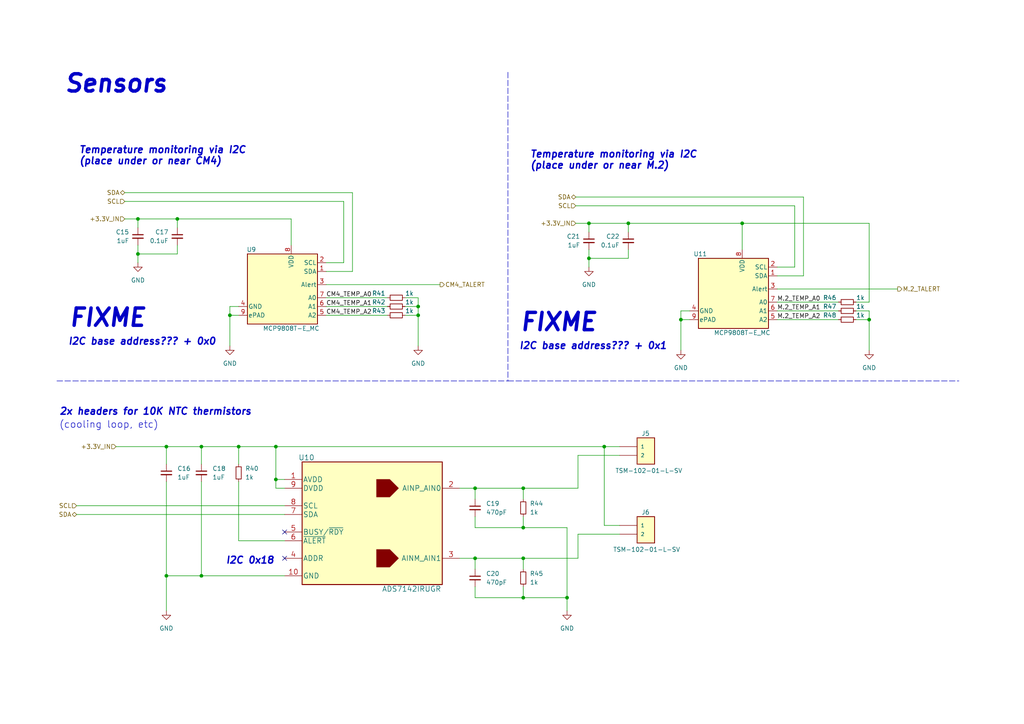
<source format=kicad_sch>
(kicad_sch (version 20211123) (generator eeschema)
  (paper "A4")
  (title_block (date "2022-01-12") (rev "4") (company "Copyright © 2022 Christian Kuhtz") (comment 2 "CERN-OHL-W v2 or later"))
  (lib_symbols
    (symbol "Analog_ADC_TI:ADS7142IRUGR" (pin_names (offset 0.254))
      (property "Reference" "U" (at -19.05 16.51 0))
      (property "Value" "ADS7142IRUGR" (at 11.43 -21.59 0))
      (symbol "ADS7142IRUGR_0_1"
        (polyline (pts (xy 1.27 -10.16) (xy 1.27 -15.24) (xy 5.08 -15.24) (xy 7.62 -12.7) (xy 5.08 -10.16) (xy 1.27 -10.16)) (stroke (width 0.1524)) (fill (type outline)))
        (polyline (pts (xy 1.27 10.16) (xy 1.27 5.08) (xy 5.08 5.08) (xy 7.62 7.62) (xy 5.08 10.16) (xy 1.27 10.16)) (stroke (width 0.1524)) (fill (type outline)))
      )
      (symbol "ADS7142IRUGR_1_1"
        (rectangle (start -20.32 15.24) (end 20.32 -20.32) (stroke (width 0.3)) (fill (type background)))
        (pin power_in line (at -25.4 10.16 0) (length 5.08) (name "AVDD") (number "1"))
        (pin power_in line (at -25.4 -17.78 0) (length 5.08) (name "GND") (number "10"))
        (pin input line (at 25.4 7.62 180) (length 5.08) (name "AINP_AIN0") (number "2"))
        (pin input line (at 25.4 -12.7 180) (length 5.08) (name "AINM_AIN1") (number "3"))
        (pin input line (at -25.4 -12.7 0) (length 5.08) (name "ADDR") (number "4"))
        (pin output line (at -25.4 -5.08 0) (length 5.08) (name "BUSY/~{RDY}") (number "5"))
        (pin output line (at -25.4 -7.62 0) (length 5.08) (name "~{ALERT}") (number "6"))
        (pin bidirectional line (at -25.4 0 0) (length 5.08) (name "SDA") (number "7"))
        (pin input line (at -25.4 2.54 0) (length 5.08) (name "SCL") (number "8"))
        (pin power_in line (at -25.4 7.62 0) (length 5.08) (name "DVDD") (number "9"))
      )
    )
    (symbol "Connector_Header_Samtec:TSM-102-01-L-SV" (pin_numbers hide) (pin_names (offset 1.016))
      (property "Reference" "J" (at -2.54 2.54 0))
      (property "Value" "TSM-102-01-L-SV" (at -8.89 -7.62 0))
      (symbol "TSM-102-01-L-SV_0_0"
        (rectangle (start -2.54 -5.08) (end 2.54 2.54) (stroke (width 0.254)) (fill (type background)))
        (pin passive line (at 7.62 0 180) (length 5.08) (name "1") (number "1"))
        (pin passive line (at 7.62 -2.54 180) (length 5.08) (name "2") (number "2"))
      )
    )
    (symbol "Device:C_Small" (pin_numbers hide) (pin_names (offset 0.254) hide)
      (property "Reference" "C" (at 0.254 1.778 0))
      (property "Value" "C_Small" (at 0.254 -2.032 0))
      (symbol "C_Small_0_1"
        (polyline (pts (xy -1.524 -0.508) (xy 1.524 -0.508)) (stroke (width 0.3302)))
        (polyline (pts (xy -1.524 0.508) (xy 1.524 0.508)) (stroke (width 0.3048)))
      )
      (symbol "C_Small_1_1"
        (pin passive line (at 0 2.54 270) (length 2.032) (name "~") (number "1"))
        (pin passive line (at 0 -2.54 90) (length 2.032) (name "~") (number "2"))
      )
    )
    (symbol "Device:R_Small" (pin_numbers hide) (pin_names (offset 0.254) hide)
      (property "Reference" "R" (at 0.762 0.508 0))
      (property "Value" "R_Small" (at 0.762 -1.016 0))
      (symbol "R_Small_0_1"
        (rectangle (start -0.762 1.778) (end 0.762 -1.778) (stroke (width 0.2032)))
      )
      (symbol "R_Small_1_1"
        (pin passive line (at 0 2.54 270) (length 0.762) (name "~") (number "1"))
        (pin passive line (at 0 -2.54 90) (length 0.762) (name "~") (number "2"))
      )
    )
    (symbol "MCP9808T-E_MC_1" (pin_names (offset 0.254))
      (property "Reference" "U" (at -5.08 12.7 0))
      (property "Value" "MCP9808T-E_MC_1" (at 2.54 -11.43 0))
      (symbol "MCP9808T-E_MC_1_0_1"
        (rectangle (start -7.62 10.16) (end 12.7 -10.16) (stroke (width 0.254)) (fill (type background)))
      )
      (symbol "MCP9808T-E_MC_1_1_1"
        (pin bidirectional line (at -10.16 5.08 0) (length 2.54) (name "SDA") (number "1"))
        (pin input line (at -10.16 7.62 0) (length 2.54) (name "SCL") (number "2"))
        (pin passive line (at -10.16 1.27 0) (length 2.54) (name "Alert") (number "3"))
        (pin power_in line (at 15.24 -5.08 180) (length 2.54) (name "GND") (number "4"))
        (pin input line (at -10.16 -7.62 0) (length 2.54) (name "A2") (number "5"))
        (pin input line (at -10.16 -5.08 0) (length 2.54) (name "A1") (number "6"))
        (pin input line (at -10.16 -2.54 0) (length 2.54) (name "A0") (number "7"))
        (pin power_in line (at 0 12.7 270) (length 2.54) (name "VDD") (number "8"))
        (pin passive line (at 15.24 -7.62 180) (length 2.54) (name "ePAD") (number "9"))
      )
    )
    (symbol "Sensor_I2C_Microchip:MCP9808T-E_MC" (pin_names (offset 0.254))
      (property "Reference" "U" (at -5.08 12.7 0))
      (property "Value" "MCP9808T-E_MC" (at 2.54 -11.43 0))
      (symbol "MCP9808T-E_MC_0_1"
        (rectangle (start -7.62 10.16) (end 12.7 -10.16) (stroke (width 0.254)) (fill (type background)))
      )
      (symbol "MCP9808T-E_MC_1_1"
        (pin bidirectional line (at -10.16 5.08 0) (length 2.54) (name "SDA") (number "1"))
        (pin input line (at -10.16 7.62 0) (length 2.54) (name "SCL") (number "2"))
        (pin passive line (at -10.16 1.27 0) (length 2.54) (name "Alert") (number "3"))
        (pin power_in line (at 15.24 -5.08 180) (length 2.54) (name "GND") (number "4"))
        (pin input line (at -10.16 -7.62 0) (length 2.54) (name "A2") (number "5"))
        (pin input line (at -10.16 -5.08 0) (length 2.54) (name "A1") (number "6"))
        (pin input line (at -10.16 -2.54 0) (length 2.54) (name "A0") (number "7"))
        (pin power_in line (at 0 12.7 270) (length 2.54) (name "VDD") (number "8"))
        (pin passive line (at 15.24 -7.62 180) (length 2.54) (name "ePAD") (number "9"))
      )
    )
    (symbol "power:GND" (power) (pin_names (offset 0))
      (property "Value" "GND" (at 0 -3.81 0))
      (symbol "GND_0_1"
        (polyline (pts (xy 0 0) (xy 0 -1.27) (xy 1.27 -1.27) (xy 0 -2.54) (xy -1.27 -1.27) (xy 0 -1.27)))
      )
      (symbol "GND_1_1"
        (pin power_in line (at 0 0 270) (length 0) hide (name "GND") (number "1"))
      )
    )
  )
  (junction (at 252.095 92.71) (diameter 0.9144))
  (junction (at 69.215 129.54))
  (junction (at 151.765 173.355))
  (junction (at 66.675 91.44))
  (junction (at 40.005 63.5) (diameter 0.9144))
  (junction (at 151.765 141.605))
  (junction (at 48.26 167.005))
  (junction (at 80.01 139.065))
  (junction (at 51.435 63.5) (diameter 0.9144))
  (junction (at 58.42 167.005))
  (junction (at 151.765 161.925))
  (junction (at 170.815 64.77) (diameter 0.9144))
  (junction (at 58.42 129.54))
  (junction (at 215.265 64.77))
  (junction (at 175.26 129.54))
  (junction (at 121.285 88.9) (diameter 0.9144))
  (junction (at 121.285 91.44) (diameter 0.9144))
  (junction (at 170.815 74.93) (diameter 0.9144))
  (junction (at 164.465 173.355))
  (junction (at 137.795 161.925))
  (junction (at 182.245 64.77) (diameter 0.9144))
  (junction (at 48.26 129.54))
  (junction (at 137.795 141.605))
  (junction (at 40.005 73.66) (diameter 0.9144))
  (junction (at 151.765 153.035))
  (junction (at 80.01 129.54))
  (junction (at 197.485 92.71))
  (no_connect (at 82.55 161.925))
  (no_connect (at 82.55 154.305))
  (wire (pts (xy 94.615 86.36) (xy 112.395 86.36)))
  (wire (pts (xy 127.635 82.55) (xy 94.615 82.55)))
  (wire (pts (xy 151.765 173.355) (xy 151.765 170.18)))
  (wire (pts (xy 151.765 165.1) (xy 151.765 161.925)))
  (wire (pts (xy 48.26 129.54) (xy 48.26 134.62)))
  (wire (pts (xy 252.095 90.17) (xy 248.285 90.17)))
  (wire (pts (xy 58.42 167.005) (xy 82.55 167.005)))
  (wire (pts (xy 137.795 141.605) (xy 137.795 144.78)))
  (wire (pts (xy 151.765 144.78) (xy 151.765 141.605)))
  (wire (pts (xy 40.005 63.5) (xy 36.195 63.5)))
  (wire (pts (xy 182.245 64.77) (xy 182.245 67.31)))
  (wire (pts (xy 80.01 139.065) (xy 82.55 139.065)))
  (wire (pts (xy 230.505 77.47) (xy 225.425 77.47)))
  (wire (pts (xy 200.025 92.71) (xy 197.485 92.71)))
  (wire (pts (xy 22.225 149.225) (xy 82.55 149.225)))
  (wire (pts (xy 40.005 71.12) (xy 40.005 73.66)))
  (wire (pts (xy 69.215 91.44) (xy 66.675 91.44)))
  (wire (pts (xy 225.425 92.71) (xy 243.205 92.71)))
  (wire (pts (xy 215.265 64.77) (xy 215.265 72.39)))
  (wire (pts (xy 170.815 64.77) (xy 167.005 64.77)))
  (wire (pts (xy 260.35 83.82) (xy 225.425 83.82)))
  (wire (pts (xy 48.26 139.7) (xy 48.26 167.005)))
  (wire (pts (xy 69.215 134.62) (xy 69.215 129.54)))
  (wire (pts (xy 137.795 161.925) (xy 137.795 165.1)))
  (wire (pts (xy 167.64 141.605) (xy 167.64 132.08)))
  (wire (pts (xy 84.455 63.5) (xy 84.455 71.12)))
  (wire (pts (xy 170.815 64.77) (xy 170.815 67.31)))
  (wire (pts (xy 170.815 74.93) (xy 170.815 77.47)))
  (wire (pts (xy 182.245 64.77) (xy 215.265 64.77)))
  (wire (pts (xy 58.42 129.54) (xy 69.215 129.54)))
  (wire (pts (xy 197.485 92.71) (xy 197.485 101.6)))
  (wire (pts (xy 80.01 129.54) (xy 175.26 129.54)))
  (wire (pts (xy 66.675 91.44) (xy 66.675 100.33)))
  (wire (pts (xy 33.655 129.54) (xy 48.26 129.54)))
  (wire (pts (xy 121.285 88.9) (xy 121.285 91.44)))
  (wire (pts (xy 48.26 167.005) (xy 58.42 167.005)))
  (wire (pts (xy 133.35 161.925) (xy 137.795 161.925)))
  (wire (pts (xy 167.005 59.69) (xy 230.505 59.69)))
  (wire (pts (xy 175.26 129.54) (xy 179.705 129.54)))
  (wire (pts (xy 102.235 78.74) (xy 94.615 78.74)))
  (polyline (pts (xy 147.32 110.49) (xy 278.13 110.49)) (stroke (width 0) (type dash)))
  (wire (pts (xy 137.795 153.035) (xy 151.765 153.035)))
  (wire (pts (xy 40.005 63.5) (xy 40.005 66.04)))
  (wire (pts (xy 121.285 86.36) (xy 121.285 88.9)))
  (wire (pts (xy 66.675 88.9) (xy 66.675 91.44)))
  (wire (pts (xy 230.505 59.69) (xy 230.505 77.47)))
  (wire (pts (xy 179.705 152.4) (xy 175.26 152.4)))
  (wire (pts (xy 69.215 139.7) (xy 69.215 156.845)))
  (wire (pts (xy 80.01 139.065) (xy 80.01 141.605)))
  (wire (pts (xy 36.195 55.88) (xy 102.235 55.88)))
  (wire (pts (xy 51.435 63.5) (xy 51.435 66.04)))
  (wire (pts (xy 121.285 88.9) (xy 117.475 88.9)))
  (wire (pts (xy 233.045 80.01) (xy 225.425 80.01)))
  (wire (pts (xy 58.42 139.7) (xy 58.42 167.005)))
  (wire (pts (xy 99.695 76.2) (xy 94.615 76.2)))
  (wire (pts (xy 51.435 73.66) (xy 51.435 71.12)))
  (wire (pts (xy 167.005 57.15) (xy 233.045 57.15)))
  (wire (pts (xy 58.42 129.54) (xy 58.42 134.62)))
  (polyline (pts (xy 147.32 20.955) (xy 147.32 110.49)))
  (wire (pts (xy 51.435 63.5) (xy 40.005 63.5)))
  (wire (pts (xy 151.765 161.925) (xy 167.64 161.925)))
  (wire (pts (xy 164.465 153.035) (xy 164.465 173.355)))
  (wire (pts (xy 252.095 87.63) (xy 252.095 64.77)))
  (wire (pts (xy 151.765 161.925) (xy 137.795 161.925)))
  (wire (pts (xy 137.795 149.86) (xy 137.795 153.035)))
  (wire (pts (xy 225.425 90.17) (xy 243.205 90.17)))
  (wire (pts (xy 200.025 90.17) (xy 197.485 90.17)))
  (wire (pts (xy 94.615 91.44) (xy 112.395 91.44)))
  (wire (pts (xy 252.095 87.63) (xy 248.285 87.63)))
  (wire (pts (xy 69.215 129.54) (xy 80.01 129.54)))
  (wire (pts (xy 99.695 58.42) (xy 99.695 76.2)))
  (wire (pts (xy 80.01 139.065) (xy 80.01 129.54)))
  (wire (pts (xy 252.095 92.71) (xy 252.095 101.6)))
  (wire (pts (xy 48.26 129.54) (xy 58.42 129.54)))
  (wire (pts (xy 48.26 177.165) (xy 48.26 167.005)))
  (wire (pts (xy 151.765 141.605) (xy 167.64 141.605)))
  (wire (pts (xy 121.285 91.44) (xy 121.285 100.33)))
  (wire (pts (xy 182.245 74.93) (xy 170.815 74.93)))
  (wire (pts (xy 69.215 156.845) (xy 82.55 156.845)))
  (wire (pts (xy 151.765 153.035) (xy 164.465 153.035)))
  (wire (pts (xy 197.485 90.17) (xy 197.485 92.71)))
  (wire (pts (xy 233.045 57.15) (xy 233.045 80.01)))
  (wire (pts (xy 102.235 55.88) (xy 102.235 78.74)))
  (wire (pts (xy 51.435 73.66) (xy 40.005 73.66)))
  (wire (pts (xy 252.095 90.17) (xy 252.095 92.71)))
  (wire (pts (xy 164.465 173.355) (xy 164.465 177.165)))
  (wire (pts (xy 51.435 63.5) (xy 84.455 63.5)))
  (wire (pts (xy 137.795 173.355) (xy 151.765 173.355)))
  (wire (pts (xy 40.005 73.66) (xy 40.005 76.2)))
  (wire (pts (xy 36.195 58.42) (xy 99.695 58.42)))
  (wire (pts (xy 133.35 141.605) (xy 137.795 141.605)))
  (wire (pts (xy 151.765 173.355) (xy 164.465 173.355)))
  (wire (pts (xy 151.765 141.605) (xy 137.795 141.605)))
  (wire (pts (xy 22.225 146.685) (xy 82.55 146.685)))
  (wire (pts (xy 182.245 64.77) (xy 170.815 64.77)))
  (wire (pts (xy 167.64 161.925) (xy 167.64 154.94)))
  (polyline (pts (xy 16.51 110.49) (xy 147.32 110.49)) (stroke (width 0) (type dash)))
  (wire (pts (xy 167.64 154.94) (xy 179.705 154.94)))
  (wire (pts (xy 94.615 88.9) (xy 112.395 88.9)))
  (wire (pts (xy 151.765 153.035) (xy 151.765 149.86)))
  (wire (pts (xy 225.425 87.63) (xy 243.205 87.63)))
  (wire (pts (xy 182.245 74.93) (xy 182.245 72.39)))
  (wire (pts (xy 121.285 91.44) (xy 117.475 91.44)))
  (wire (pts (xy 167.64 132.08) (xy 179.705 132.08)))
  (wire (pts (xy 137.795 170.18) (xy 137.795 173.355)))
  (wire (pts (xy 252.095 92.71) (xy 248.285 92.71)))
  (wire (pts (xy 252.095 64.77) (xy 215.265 64.77)))
  (wire (pts (xy 69.215 88.9) (xy 66.675 88.9)))
  (wire (pts (xy 80.01 141.605) (xy 82.55 141.605)))
  (wire (pts (xy 170.815 72.39) (xy 170.815 74.93)))
  (wire (pts (xy 175.26 129.54) (xy 175.26 152.4)))
  (wire (pts (xy 121.285 86.36) (xy 117.475 86.36)))
  (text "Temperature monitoring via I2C\n(place under or near M.2)" (at 153.67 49.276 0) (effects (font (size 2 2) (thickness 0.4) bold italic) (justify left bottom)))
  (text "I2C base address??? + 0x0" (at 19.685 100.33 0) (effects (font (size 2 2) (thickness 0.4) bold italic) (justify left bottom)))
  (text "FIXME" (at 150.495 96.52 0) (effects (font (size 5 5) (thickness 1) bold italic) (justify left bottom)))
  (text "I2C base address??? + 0x1" (at 150.495 101.6 0) (effects (font (size 2 2) (thickness 0.4) bold italic) (justify left bottom)))
  (text "Sensors" (at 18.415 27.305 0) (effects (font (size 5 5) (thickness 1) bold italic) (justify left bottom)))
  (text "I2C 0x18" (at 65.405 163.83 0) (effects (font (size 2 2) (thickness 0.4) bold italic) (justify left bottom)))
  (text "(cooling loop, etc)" (at 17.145 124.46 0) (effects (font (size 2 2)) (justify left bottom)))
  (text "2x headers for 10K NTC thermistors" (at 17.145 120.65 0) (effects (font (size 2 2) (thickness 0.4) bold italic) (justify left bottom)))
  (text "Temperature monitoring via I2C\n(place under or near CM4)" (at 22.86 48.006 0) (effects (font (size 2 2) (thickness 0.4) bold italic) (justify left bottom)))
  (text "FIXME" (at 19.685 95.25 0) (effects (font (size 5 5) (thickness 1) bold italic) (justify left bottom)))
  (label "M.2_TEMP_A1" (at 225.425 90.17 0))
  (label "M.2_TEMP_A0" (at 225.425 87.63 0))
  (label "CM4_TEMP_A1" (at 94.615 88.9 0))
  (label "M.2_TEMP_A2" (at 225.425 92.71 0))
  (label "CM4_TEMP_A2" (at 94.615 91.44 0))
  (label "CM4_TEMP_A0" (at 94.615 86.36 0))
  (hierarchical_label "SDA" (shape bidirectional) (at 167.005 57.15 180))
  (hierarchical_label "SCL" (shape input) (at 22.225 146.685 180))
  (hierarchical_label "CM4_TALERT" (shape output) (at 127.635 82.55 0))
  (hierarchical_label "SCL" (shape input) (at 167.005 59.69 180))
  (hierarchical_label "M.2_TALERT" (shape output) (at 260.35 83.82 0))
  (hierarchical_label "+3.3V_IN" (shape input) (at 33.655 129.54 180))
  (hierarchical_label "SDA" (shape bidirectional) (at 22.225 149.225 180))
  (hierarchical_label "SCL" (shape input) (at 36.195 58.42 180))
  (hierarchical_label "+3.3V_IN" (shape input) (at 167.005 64.77 180))
  (hierarchical_label "SDA" (shape bidirectional) (at 36.195 55.88 180))
  (hierarchical_label "+3.3V_IN" (shape input) (at 36.195 63.5 180))
  (symbol (lib_id "Device:C_Small") (at 137.795 147.32 0) (unit 1)
    (property "Reference" "C19" (at 140.97 146.0562 0) (effects (justify left)))
    (property "Value" "470pF" (at 140.97 148.5962 0) (effects (justify left)))
    (property "Footprint" "Capacitor_SMD:C_0402_1005Metric" (effects hide))
  )
  (symbol (lib_id "Sensor_I2C_Microchip:MCP9808T-E_MC") (at 215.265 85.09 0) (mirror y) (unit 1)
    (property "Reference" "U11" (at 205.105 73.66 0) (effects (justify left)))
    (property "Value" "MCP9808T-E_MC" (at 215.265 96.52 0))
    (property "Footprint" "Sensor_I2C_Microchip:MCP9808T-E&slash_MC" (effects hide))
  )
  (symbol (lib_id "power:GND") (at 121.285 100.33 0) (unit 1)
    (property "Reference" "#PWR027" (effects hide))
    (property "Value" "GND" (at 121.285 105.41 0))
  )
  (symbol (lib_id "Device:R_Small") (at 151.765 147.32 0) (unit 1)
    (property "Reference" "R44" (at 153.67 146.0499 0) (effects (justify left)))
    (property "Value" "1k" (at 153.67 148.5899 0) (effects (justify left)))
    (property "Footprint" "Resistor_SMD:R_0402_1005Metric" (effects hide))
  )
  (symbol (lib_id "power:GND") (at 197.485 101.6 0) (mirror y) (unit 1)
    (property "Reference" "#PWR030" (effects hide))
    (property "Value" "GND" (at 197.485 106.68 0))
  )
  (symbol (lib_id "Device:C_Small") (at 51.435 68.58 0) (mirror y) (unit 1)
    (property "Reference" "C17" (at 48.895 67.31 0) (effects (justify left)))
    (property "Value" "0.1uF" (at 48.895 69.85 0) (effects (justify left)))
    (property "Footprint" "Capacitor_SMD:C_0402_1005Metric" (effects hide))
  )
  (symbol (lib_id "Connector_Header_Samtec:TSM-102-01-L-SV") (at 187.325 129.54 0) (mirror y) (unit 1)
    (property "Reference" "J5" (at 186.055 125.73 0) (effects (justify right)))
    (property "Value" "TSM-102-01-L-SV" (at 178.435 136.525 0) (effects (justify right)))
    (property "Footprint" "Connector_Header_Samtec:SAMTEC_TSM-102-01-L-SV" (effects hide))
    (property "Manufacturer" "Samtec" (effects hide))
    (property "MPN" "TSM-102-01-L-SV" (effects hide))
  )
  (symbol (lib_name "MCP9808T-E_MC_1") (lib_id "Sensor_I2C_Microchip:MCP9808T-E_MC") (at 84.455 83.82 0) (mirror y) (unit 1)
    (property "Reference" "U9" (at 74.295 72.39 0) (effects (justify left)))
    (property "Value" "MCP9808T-E_MC" (at 84.455 95.25 0))
    (property "Footprint" "Sensor_I2C_Microchip:MCP9808T-E&slash_MC" (effects hide))
  )
  (symbol (lib_id "Analog_ADC_TI:ADS7142IRUGR") (at 107.95 149.225 0) (unit 1)
    (property "Reference" "U10" (at 88.9 132.715 0) (effects (font (size 1.524 1.524))))
    (property "Value" "ADS7142IRUGR" (at 119.38 170.815 0) (effects (font (size 1.524 1.524))))
    (property "Footprint" "Analog_ADC_TI:ADS7142IRUGR" (effects hide))
    (property "Manufacturer" "TI" (effects hide))
    (property "MPN" "ADS7142IRUGR" (effects hide))
  )
  (symbol (lib_id "Device:C_Small") (at 182.245 69.85 0) (mirror y) (unit 1)
    (property "Reference" "C22" (at 179.705 68.58 0) (effects (justify left)))
    (property "Value" "0.1uF" (at 179.705 71.12 0) (effects (justify left)))
    (property "Footprint" "Capacitor_SMD:C_0402_1005Metric" (effects hide))
  )
  (symbol (lib_id "power:GND") (at 40.005 76.2 0) (mirror y) (unit 1)
    (property "Reference" "#PWR024" (effects hide))
    (property "Value" "GND" (at 40.005 81.28 0))
  )
  (symbol (lib_id "Connector_Header_Samtec:TSM-102-01-L-SV") (at 187.325 152.4 0) (mirror y) (unit 1)
    (property "Reference" "J6" (at 186.055 148.59 0) (effects (justify right)))
    (property "Value" "TSM-102-01-L-SV" (at 177.8 159.385 0) (effects (justify right)))
    (property "Footprint" "Connector_Header_Samtec:SAMTEC_TSM-102-01-L-SV" (effects hide))
    (property "Manufacturer" "Samtec" (effects hide))
    (property "MPN" "TSM-102-01-L-SV" (effects hide))
  )
  (symbol (lib_id "Device:R_Small") (at 245.745 90.17 90) (unit 1)
    (property "Reference" "R47" (at 240.665 88.9 90))
    (property "Value" "1k" (at 249.555 88.9 90))
    (property "Footprint" "Resistor_SMD:R_0402_1005Metric" (effects hide))
  )
  (symbol (lib_id "Device:R_Small") (at 245.745 92.71 90) (unit 1)
    (property "Reference" "R48" (at 240.665 91.44 90))
    (property "Value" "1k" (at 249.555 91.44 90))
    (property "Footprint" "Resistor_SMD:R_0402_1005Metric" (effects hide))
  )
  (symbol (lib_id "power:GND") (at 170.815 77.47 0) (mirror y) (unit 1)
    (property "Reference" "#PWR029" (effects hide))
    (property "Value" "GND" (at 170.815 82.55 0))
  )
  (symbol (lib_id "Device:R_Small") (at 114.935 86.36 90) (unit 1)
    (property "Reference" "R41" (at 109.855 85.09 90))
    (property "Value" "1k" (at 118.745 85.09 90))
    (property "Footprint" "Resistor_SMD:R_0402_1005Metric" (effects hide))
  )
  (symbol (lib_id "power:GND") (at 252.095 101.6 0) (mirror y) (unit 1)
    (property "Reference" "#PWR031" (effects hide))
    (property "Value" "GND" (at 252.095 106.68 0))
  )
  (symbol (lib_id "Device:C_Small") (at 137.795 167.64 0) (unit 1)
    (property "Reference" "C20" (at 140.97 166.3762 0) (effects (justify left)))
    (property "Value" "470pF" (at 140.97 168.9162 0) (effects (justify left)))
    (property "Footprint" "Capacitor_SMD:C_0402_1005Metric" (effects hide))
  )
  (symbol (lib_id "Device:C_Small") (at 48.26 137.16 0) (unit 1)
    (property "Reference" "C16" (at 51.435 135.8962 0) (effects (justify left)))
    (property "Value" "1uF" (at 51.435 138.4362 0) (effects (justify left)))
    (property "Footprint" "Capacitor_SMD:C_0402_1005Metric" (effects hide))
  )
  (symbol (lib_id "Device:R_Small") (at 245.745 87.63 90) (unit 1)
    (property "Reference" "R46" (at 240.665 86.36 90))
    (property "Value" "1k" (at 249.555 86.36 90))
    (property "Footprint" "Resistor_SMD:R_0402_1005Metric" (effects hide))
  )
  (symbol (lib_id "Device:R_Small") (at 151.765 167.64 0) (unit 1)
    (property "Reference" "R45" (at 153.67 166.3699 0) (effects (justify left)))
    (property "Value" "1k" (at 153.67 168.9099 0) (effects (justify left)))
    (property "Footprint" "Resistor_SMD:R_0402_1005Metric" (effects hide))
  )
  (symbol (lib_id "power:GND") (at 164.465 177.165 0) (unit 1)
    (property "Reference" "#PWR028" (effects hide))
    (property "Value" "GND" (at 164.465 182.245 0))
  )
  (symbol (lib_id "Device:R_Small") (at 69.215 137.16 0) (unit 1)
    (property "Reference" "R40" (at 71.12 135.8899 0) (effects (justify left)))
    (property "Value" "1k" (at 71.12 138.4299 0) (effects (justify left)))
    (property "Footprint" "Resistor_SMD:R_0402_1005Metric" (effects hide))
  )
  (symbol (lib_id "power:GND") (at 48.26 177.165 0) (unit 1)
    (property "Reference" "#PWR025" (effects hide))
    (property "Value" "GND" (at 48.26 182.245 0))
  )
  (symbol (lib_id "Device:R_Small") (at 114.935 91.44 90) (unit 1)
    (property "Reference" "R43" (at 109.855 90.17 90))
    (property "Value" "1k" (at 118.745 90.17 90))
    (property "Footprint" "Resistor_SMD:R_0402_1005Metric" (effects hide))
  )
  (symbol (lib_id "Device:C_Small") (at 40.005 68.58 0) (mirror y) (unit 1)
    (property "Reference" "C15" (at 37.465 67.31 0) (effects (justify left)))
    (property "Value" "1uF" (at 37.465 69.85 0) (effects (justify left)))
    (property "Footprint" "Capacitor_SMD:C_0402_1005Metric" (effects hide))
  )
  (symbol (lib_id "Device:C_Small") (at 170.815 69.85 0) (mirror y) (unit 1)
    (property "Reference" "C21" (at 168.275 68.58 0) (effects (justify left)))
    (property "Value" "1uF" (at 168.275 71.12 0) (effects (justify left)))
    (property "Footprint" "Capacitor_SMD:C_0402_1005Metric" (effects hide))
  )
  (symbol (lib_id "Device:C_Small") (at 58.42 137.16 0) (unit 1)
    (property "Reference" "C18" (at 61.595 135.8962 0) (effects (justify left)))
    (property "Value" "1uF" (at 61.595 138.4362 0) (effects (justify left)))
    (property "Footprint" "Capacitor_SMD:C_0402_1005Metric" (effects hide))
  )
  (symbol (lib_id "power:GND") (at 66.675 100.33 0) (unit 1)
    (property "Reference" "#PWR026" (effects hide))
    (property "Value" "GND" (at 66.675 105.41 0))
  )
  (symbol (lib_id "Device:R_Small") (at 114.935 88.9 90) (unit 1)
    (property "Reference" "R42" (at 109.855 87.63 90))
    (property "Value" "1k" (at 118.745 87.63 90))
    (property "Footprint" "Resistor_SMD:R_0402_1005Metric" (effects hide))
  )
)
</source>
